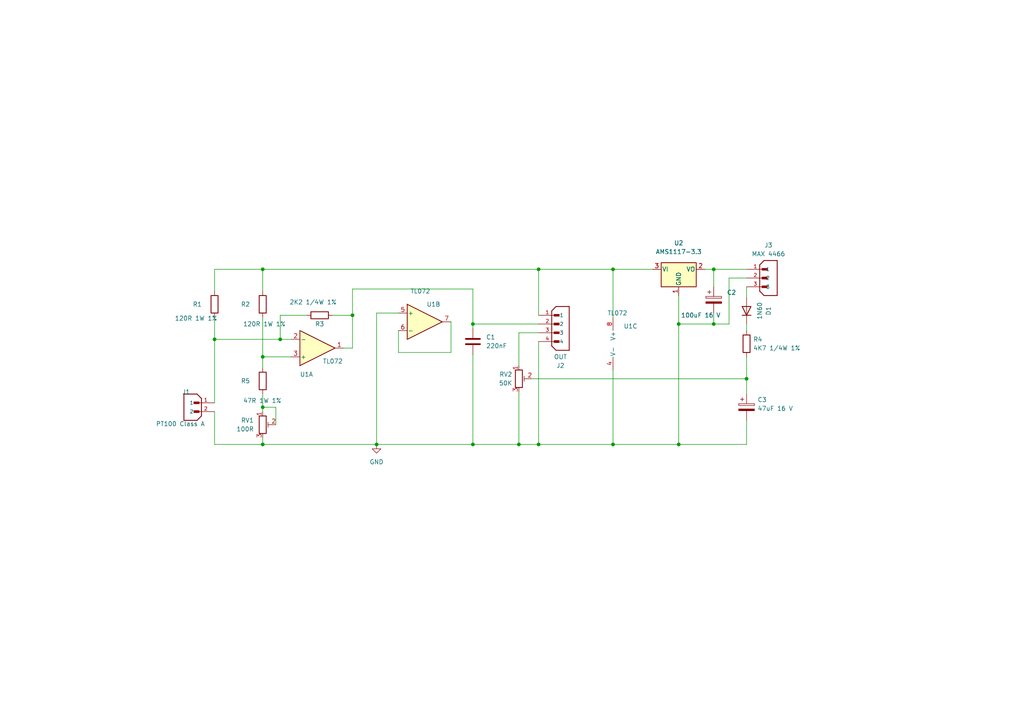
<source format=kicad_sch>
(kicad_sch (version 20231120) (generator "eeschema") (generator_version "8.0")
  (paper "A4")
  (lib_symbols
    (symbol "Amplifier_Operational:TL072" (pin_names (offset 0.127))
      (property "Reference" "U" (at 0 5.08 0))
      (property "Value" "TL072" (at 0 -5.08 0))
      (symbol "TL072_1_1"
        (polyline (pts (xy -5.08 5.08) (xy 5.08 0) (xy -5.08 -5.08) (xy -5.08 5.08)) (stroke (width 0.254)) (fill (type background)))
        (pin output line (at 7.62 0 180) (length 2.54) (name "~") (number "1"))
        (pin input line (at -7.62 -2.54 0) (length 2.54) (name "-") (number "2"))
        (pin input line (at -7.62 2.54 0) (length 2.54) (name "+") (number "3"))
      )
      (symbol "TL072_2_1"
        (polyline (pts (xy -5.08 5.08) (xy 5.08 0) (xy -5.08 -5.08) (xy -5.08 5.08)) (stroke (width 0.254)) (fill (type background)))
        (pin input line (at -7.62 2.54 0) (length 2.54) (name "+") (number "5"))
        (pin input line (at -7.62 -2.54 0) (length 2.54) (name "-") (number "6"))
        (pin output line (at 7.62 0 180) (length 2.54) (name "~") (number "7"))
      )
      (symbol "TL072_3_1"
        (pin power_in line (at -2.54 -7.62 90) (length 3.81) (name "V-") (number "4"))
        (pin power_in line (at -2.54 7.62 270) (length 3.81) (name "V+") (number "8"))
      )
    )
    (symbol "B3B-XH-A_LF__SN_:B3B-XH-A_LF__SN_"
      (property "Reference" "J" (at 0.635 6.35 0))
      (symbol "B3B-XH-A_LF__SN__0_0"
        (rectangle (start -0.635 -2.8575) (end 0.9525 -2.2225) (stroke (width 0.1)) (fill (type outline)))
        (rectangle (start -0.635 -0.3175) (end 0.9525 0.3175) (stroke (width 0.1)) (fill (type outline)))
        (rectangle (start -0.635 2.2225) (end 0.9525 2.8575) (stroke (width 0.1)) (fill (type outline)))
        (polyline (pts (xy -1.27 -3.81) (xy 0 -5.08)) (stroke (width 0.254)))
        (polyline (pts (xy -1.27 3.81) (xy -1.27 -3.81)) (stroke (width 0.254)))
        (polyline (pts (xy -1.27 3.81) (xy 0 5.08)) (stroke (width 0.254)))
        (polyline (pts (xy 0 -5.08) (xy 3.81 -5.08)) (stroke (width 0.254)))
        (polyline (pts (xy 3.81 -5.08) (xy 3.81 5.08)) (stroke (width 0.254)))
        (polyline (pts (xy 3.81 5.08) (xy 0 5.08)) (stroke (width 0.254)))
        (pin passive line (at -5.08 2.54 0) (length 5.08) (name "1") (number "1"))
        (pin passive line (at -5.08 0 0) (length 5.08) (name "2") (number "2"))
        (pin passive line (at -5.08 -2.54 0) (length 5.08) (name "3") (number "3"))
      )
    )
    (symbol "Device:C" (pin_numbers hide) (pin_names (offset 0.254))
      (property "Reference" "C" (at 0.635 2.54 0))
      (property "Value" "C" (at 0.635 -2.54 0))
      (symbol "C_0_1"
        (polyline (pts (xy -2.032 -0.762) (xy 2.032 -0.762)) (stroke (width 0.508)))
        (polyline (pts (xy -2.032 0.762) (xy 2.032 0.762)) (stroke (width 0.508)))
      )
      (symbol "C_1_1"
        (pin passive line (at 0 3.81 270) (length 2.794) (name "~") (number "1"))
        (pin passive line (at 0 -3.81 90) (length 2.794) (name "~") (number "2"))
      )
    )
    (symbol "Device:C_Polarized" (pin_numbers hide) (pin_names (offset 0.254))
      (property "Reference" "C" (at 0.635 2.54 0))
      (property "Value" "C_Polarized" (at 0.635 -2.54 0))
      (symbol "C_Polarized_0_1"
        (rectangle (start -2.286 0.508) (end 2.286 1.016))
        (polyline (pts (xy -1.778 2.286) (xy -0.762 2.286)))
        (polyline (pts (xy -1.27 2.794) (xy -1.27 1.778)))
        (rectangle (start 2.286 -0.508) (end -2.286 -1.016) (fill (type outline)))
      )
      (symbol "C_Polarized_1_1"
        (pin passive line (at 0 3.81 270) (length 2.794) (name "~") (number "1"))
        (pin passive line (at 0 -3.81 90) (length 2.794) (name "~") (number "2"))
      )
    )
    (symbol "Device:R" (pin_numbers hide) (pin_names (offset 0))
      (property "Reference" "R" (at 2.032 0 90))
      (property "Value" "R" (at 0 0 90))
      (symbol "R_0_1"
        (rectangle (start -1.016 -2.54) (end 1.016 2.54) (stroke (width 0.254)))
      )
      (symbol "R_1_1"
        (pin passive line (at 0 3.81 270) (length 1.27) (name "~") (number "1"))
        (pin passive line (at 0 -3.81 90) (length 1.27) (name "~") (number "2"))
      )
    )
    (symbol "Device:R_Potentiometer_Trim" (pin_names (offset 1.016) hide)
      (property "Reference" "RV" (at -4.445 0 90))
      (property "Value" "R_Potentiometer_Trim" (at -2.54 0 90))
      (symbol "R_Potentiometer_Trim_0_1"
        (polyline (pts (xy 1.524 0.762) (xy 1.524 -0.762)))
        (polyline (pts (xy 2.54 0) (xy 1.524 0)))
        (rectangle (start 1.016 2.54) (end -1.016 -2.54) (stroke (width 0.254)))
      )
      (symbol "R_Potentiometer_Trim_1_1"
        (pin passive line (at 0 3.81 270) (length 1.27) (name "1") (number "1"))
        (pin passive line (at 3.81 0 180) (length 1.27) (name "2") (number "2"))
        (pin passive line (at 0 -3.81 90) (length 1.27) (name "3") (number "3"))
      )
    )
    (symbol "Diode:1N4148" (pin_numbers hide) (pin_names hide)
      (property "Reference" "D" (at 0 2.54 0))
      (property "Value" "1N4148" (at 0 -2.54 0))
      (symbol "1N4148_0_1"
        (polyline (pts (xy -1.27 1.27) (xy -1.27 -1.27)) (stroke (width 0.254)))
        (polyline (pts (xy 1.27 0) (xy -1.27 0)))
        (polyline (pts (xy 1.27 1.27) (xy 1.27 -1.27) (xy -1.27 0) (xy 1.27 1.27)) (stroke (width 0.254)))
      )
      (symbol "1N4148_1_1"
        (pin passive line (at -3.81 0 0) (length 2.54) (name "K") (number "1"))
        (pin passive line (at 3.81 0 180) (length 2.54) (name "A") (number "2"))
      )
    )
    (symbol "JST2PINFEMALE:B2B-XH-A" (pin_names (offset 1.016))
      (property "Reference" "J" (at -2.54 6.35 0))
      (property "Value" "JST-2PIN" (at -2.54 -5.08 0))
      (symbol "B2B-XH-A_0_0"
        (rectangle (start -3.175 -0.3175) (end -1.5875 0.3175) (stroke (width 0.1)) (fill (type outline)))
        (rectangle (start -3.175 2.2225) (end -1.5875 2.8575) (stroke (width 0.1)) (fill (type outline)))
        (polyline (pts (xy -3.81 -1.27) (xy -2.54 -2.54)) (stroke (width 0.254)))
        (polyline (pts (xy -3.81 3.81) (xy -3.81 -1.27)) (stroke (width 0.254)))
        (polyline (pts (xy -3.81 3.81) (xy -2.54 5.08)) (stroke (width 0.254)))
        (polyline (pts (xy -2.54 -2.54) (xy 1.27 -2.54)) (stroke (width 0.254)))
        (polyline (pts (xy 1.27 -2.54) (xy 1.27 5.08)) (stroke (width 0.254)))
        (polyline (pts (xy 1.27 5.08) (xy -2.54 5.08)) (stroke (width 0.254)))
        (pin passive line (at -7.62 2.54 0) (length 5.08) (name "1") (number "1"))
        (pin passive line (at -7.62 0 0) (length 5.08) (name "2") (number "2"))
      )
    )
    (symbol "JST4PINFEMALE:B4B-XH-A_LF__SN_" (pin_names (offset 1.016))
      (property "Reference" "J" (at -2.54 6.35 0))
      (property "Value" "JST-4PIN" (at -2.54 -10.16 0))
      (symbol "B4B-XH-A_LF__SN__0_0"
        (rectangle (start -3.175 -5.3975) (end -1.5875 -4.7625) (stroke (width 0.1)) (fill (type outline)))
        (rectangle (start -3.175 -2.8575) (end -1.5875 -2.2225) (stroke (width 0.1)) (fill (type outline)))
        (rectangle (start -3.175 -0.3175) (end -1.5875 0.3175) (stroke (width 0.1)) (fill (type outline)))
        (rectangle (start -3.175 2.2225) (end -1.5875 2.8575) (stroke (width 0.1)) (fill (type outline)))
        (polyline (pts (xy -3.81 -6.35) (xy -2.54 -7.62)) (stroke (width 0.254)))
        (polyline (pts (xy -3.81 3.81) (xy -3.81 -6.35)) (stroke (width 0.254)))
        (polyline (pts (xy -3.81 3.81) (xy -2.54 5.08)) (stroke (width 0.254)))
        (polyline (pts (xy -2.54 -7.62) (xy 1.27 -7.62)) (stroke (width 0.254)))
        (polyline (pts (xy 1.27 -7.62) (xy 1.27 5.08)) (stroke (width 0.254)))
        (polyline (pts (xy 1.27 5.08) (xy -2.54 5.08)) (stroke (width 0.254)))
        (pin passive line (at -7.62 2.54 0) (length 5.08) (name "1") (number "1"))
        (pin passive line (at -7.62 0 0) (length 5.08) (name "2") (number "2"))
        (pin passive line (at -7.62 -2.54 0) (length 5.08) (name "3") (number "3"))
        (pin passive line (at -7.62 -5.08 0) (length 5.08) (name "4") (number "4"))
      )
    )
    (symbol "Regulator_Linear:AMS1117-3.3" (pin_names (offset 0.254))
      (property "Reference" "U" (at -3.81 3.175 0))
      (property "Value" "AMS1117-3.3" (at 0 3.175 0))
      (symbol "AMS1117-3.3_0_1"
        (rectangle (start -5.08 -5.08) (end 5.08 1.905) (stroke (width 0.254)) (fill (type background)))
      )
      (symbol "AMS1117-3.3_1_1"
        (pin power_in line (at 0 -7.62 90) (length 2.54) (name "GND") (number "1"))
        (pin power_out line (at 7.62 0 180) (length 2.54) (name "VO") (number "2"))
        (pin power_in line (at -7.62 0 0) (length 2.54) (name "VI") (number "3"))
      )
    )
    (symbol "power:GND" (power) (pin_names (offset 0))
      (property "Value" "GND" (at 0 -3.81 0))
      (symbol "GND_0_1"
        (polyline (pts (xy 0 0) (xy 0 -1.27) (xy 1.27 -1.27) (xy 0 -2.54) (xy -1.27 -1.27) (xy 0 -1.27)))
      )
      (symbol "GND_1_1"
        (pin power_in line (at 0 0 270) (length 0) hide (name "GND") (number "1"))
      )
    )
  )
  (junction (at 62.23 98.425))
  (junction (at 196.85 93.98))
  (junction (at 76.2 103.505))
  (junction (at 177.8 78.105))
  (junction (at 76.2 78.105))
  (junction (at 137.16 128.905))
  (junction (at 156.21 128.905))
  (junction (at 76.2 128.905))
  (junction (at 109.22 128.905))
  (junction (at 207.01 78.105))
  (junction (at 150.495 128.905))
  (junction (at 216.535 109.855))
  (junction (at 196.85 128.905))
  (junction (at 137.16 93.98))
  (junction (at 177.8 128.905))
  (junction (at 156.21 78.105))
  (junction (at 102.235 91.44))
  (junction (at 81.28 98.425))
  (junction (at 207.01 93.98))
  (junction (at 76.2 118.11))
  (wire (pts (xy 207.01 78.105) (xy 207.01 83.185)))
  (wire (pts (xy 62.23 78.105) (xy 62.23 84.455)))
  (wire (pts (xy 62.23 98.425) (xy 81.28 98.425)))
  (wire (pts (xy 76.2 78.105) (xy 156.21 78.105)))
  (wire (pts (xy 150.495 96.52) (xy 156.21 96.52)))
  (wire (pts (xy 150.495 113.665) (xy 150.495 128.905)))
  (wire (pts (xy 76.2 118.11) (xy 80.01 118.11)))
  (wire (pts (xy 137.16 95.25) (xy 137.16 93.98)))
  (wire (pts (xy 109.22 90.805) (xy 109.22 128.905)))
  (wire (pts (xy 196.85 85.725) (xy 196.85 93.98)))
  (wire (pts (xy 177.8 128.905) (xy 156.21 128.905)))
  (wire (pts (xy 177.8 92.075) (xy 177.8 78.105)))
  (wire (pts (xy 76.2 127) (xy 76.2 128.905)))
  (wire (pts (xy 189.23 78.105) (xy 177.8 78.105)))
  (wire (pts (xy 76.2 103.505) (xy 76.2 106.68)))
  (wire (pts (xy 216.535 80.645) (xy 211.455 80.645)))
  (wire (pts (xy 150.495 106.045) (xy 150.495 96.52)))
  (wire (pts (xy 216.535 128.905) (xy 196.85 128.905)))
  (wire (pts (xy 207.01 93.98) (xy 196.85 93.98)))
  (wire (pts (xy 80.01 118.11) (xy 80.01 123.19)))
  (wire (pts (xy 81.28 91.44) (xy 81.28 98.425)))
  (wire (pts (xy 150.495 128.905) (xy 156.21 128.905)))
  (wire (pts (xy 88.9 91.44) (xy 81.28 91.44)))
  (wire (pts (xy 102.235 83.82) (xy 137.16 83.82)))
  (wire (pts (xy 137.16 93.98) (xy 156.21 93.98)))
  (wire (pts (xy 216.535 93.98) (xy 216.535 95.885)))
  (wire (pts (xy 102.235 100.965) (xy 99.695 100.965)))
  (wire (pts (xy 102.235 83.82) (xy 102.235 91.44)))
  (wire (pts (xy 76.2 103.505) (xy 84.455 103.505)))
  (wire (pts (xy 204.47 78.105) (xy 207.01 78.105)))
  (wire (pts (xy 62.23 128.905) (xy 76.2 128.905)))
  (wire (pts (xy 216.535 121.92) (xy 216.535 128.905)))
  (wire (pts (xy 207.01 78.105) (xy 216.535 78.105)))
  (wire (pts (xy 216.535 83.185) (xy 216.535 86.36)))
  (wire (pts (xy 76.2 92.075) (xy 76.2 103.505)))
  (wire (pts (xy 156.21 99.06) (xy 156.21 128.905)))
  (wire (pts (xy 115.57 95.885) (xy 115.57 102.235)))
  (wire (pts (xy 62.23 98.425) (xy 62.23 116.84)))
  (wire (pts (xy 211.455 93.98) (xy 207.01 93.98)))
  (wire (pts (xy 156.21 78.105) (xy 156.21 91.44)))
  (wire (pts (xy 76.2 78.105) (xy 76.2 84.455)))
  (wire (pts (xy 177.8 78.105) (xy 156.21 78.105)))
  (wire (pts (xy 109.22 128.905) (xy 137.16 128.905)))
  (wire (pts (xy 76.2 114.3) (xy 76.2 118.11)))
  (wire (pts (xy 109.22 90.805) (xy 115.57 90.805)))
  (wire (pts (xy 62.23 78.105) (xy 76.2 78.105)))
  (wire (pts (xy 177.8 107.315) (xy 177.8 128.905)))
  (wire (pts (xy 196.85 128.905) (xy 177.8 128.905)))
  (wire (pts (xy 102.235 91.44) (xy 102.235 100.965)))
  (wire (pts (xy 207.01 90.805) (xy 207.01 93.98)))
  (wire (pts (xy 137.16 102.87) (xy 137.16 128.905)))
  (wire (pts (xy 96.52 91.44) (xy 102.235 91.44)))
  (wire (pts (xy 76.2 128.905) (xy 109.22 128.905)))
  (wire (pts (xy 211.455 80.645) (xy 211.455 93.98)))
  (wire (pts (xy 137.16 128.905) (xy 150.495 128.905)))
  (wire (pts (xy 76.2 118.11) (xy 76.2 119.38)))
  (wire (pts (xy 216.535 109.855) (xy 216.535 114.3)))
  (wire (pts (xy 115.57 102.235) (xy 130.81 102.235)))
  (wire (pts (xy 81.28 98.425) (xy 84.455 98.425)))
  (wire (pts (xy 196.85 93.98) (xy 196.85 128.905)))
  (wire (pts (xy 62.23 119.38) (xy 62.23 128.905)))
  (wire (pts (xy 216.535 109.855) (xy 154.305 109.855)))
  (wire (pts (xy 216.535 103.505) (xy 216.535 109.855)))
  (wire (pts (xy 137.16 83.82) (xy 137.16 93.98)))
  (wire (pts (xy 62.23 92.075) (xy 62.23 98.425)))
  (wire (pts (xy 130.81 102.235) (xy 130.81 93.345)))
  (symbol (lib_id "power:GND") (at 109.22 128.905 0) (unit 1)
    (property "Reference" "#PWR01" (effects (hide yes)))
    (property "Value" "GND" (at 109.22 133.985 0))
  )
  (symbol (lib_id "Amplifier_Operational:TL072") (at 123.19 93.345 0) (unit 2)
    (property "Reference" "U1" (at 125.73 88.265 0))
    (property "Value" "TL072" (at 121.92 84.455 0))
    (property "Footprint" "Package_DIP:DIP-8_W7.62mm_LongPads" (effects (hide yes)))
    (property "Datasheet" "http://www.ti.com/lit/ds/symlink/tl071.pdf" (effects (hide yes)))
  )
  (symbol (lib_id "Device:R_Potentiometer_Trim") (at 76.2 123.19 0) (unit 1)
    (property "Reference" "RV1" (at 73.66 121.9199 0) (effects (justify right)))
    (property "Value" "100R" (at 73.66 124.4599 0) (effects (justify right)))
    (property "Footprint" "Connector_PinHeader_2.54mm:PinHeader_1x03_P2.54mm_Vertical" (effects (hide yes)))
  )
  (symbol (lib_id "B3B-XH-A_LF__SN_:B3B-XH-A_LF__SN_") (at 221.615 80.645 0) (unit 1)
    (property "Reference" "J3" (at 222.885 71.12 0))
    (property "Value" "MAX 4466" (at 222.885 73.66 0))
    (property "Footprint" "Connector_PinSocket_2.54mm:PinSocket_1x03_P2.54mm_Vertical" (effects (hide yes)))
  )
  (symbol (lib_id "Device:C_Polarized") (at 207.01 86.995 0) (unit 1)
    (property "Reference" "C2" (at 210.82 84.8359 0) (effects (justify left)))
    (property "Value" "100uF 16 V" (at 197.485 91.44 0) (effects (justify left)))
    (property "Footprint" "Capacitor_THT:CP_Radial_D5.0mm_P2.50mm" (effects (hide yes)))
  )
  (symbol (lib_id "Amplifier_Operational:TL072") (at 92.075 100.965 0) (mirror x) (unit 1)
    (property "Reference" "U1" (at 88.9 108.585 0))
    (property "Value" "TL072" (at 96.52 104.775 0))
    (property "Footprint" "Package_DIP:DIP-8_W7.62mm_LongPads" (effects (hide yes)))
    (property "Datasheet" "http://www.ti.com/lit/ds/symlink/tl071.pdf" (effects (hide yes)))
  )
  (symbol (lib_id "Device:R") (at 62.23 88.265 0) (unit 1)
    (property "Reference" "R1" (at 55.88 88.265 0) (effects (justify left)))
    (property "Value" "120R 1W 1%" (at 50.673 92.329 0) (effects (justify left)))
    (property "Footprint" "Resistor_THT:R_Axial_DIN0309_L9.0mm_D3.2mm_P12.70mm_Horizontal" (effects (hide yes)))
  )
  (symbol (lib_id "Amplifier_Operational:TL072") (at 180.34 99.695 0) (unit 3)
    (property "Reference" "U1" (at 182.88 94.615 0))
    (property "Value" "TL072" (at 179.07 90.805 0))
    (property "Footprint" "Package_DIP:DIP-8_W7.62mm_LongPads" (effects (hide yes)))
    (property "Datasheet" "http://www.ti.com/lit/ds/symlink/tl071.pdf" (effects (hide yes)))
  )
  (symbol (lib_id "Regulator_Linear:AMS1117-3.3") (at 196.85 78.105 0) (unit 1)
    (property "Reference" "U2" (at 196.85 70.485 0))
    (property "Value" "AMS1117-3.3" (at 196.85 73.025 0))
    (property "Footprint" "Package_TO_SOT_SMD:SOT-223-3_TabPin2" (effects (hide yes)))
    (property "Datasheet" "http://www.advanced-monolithic.com/pdf/ds1117.pdf" (effects (hide yes)))
  )
  (symbol (lib_id "Device:R") (at 76.2 110.49 0) (unit 1)
    (property "Reference" "R5" (at 69.85 110.49 0) (effects (justify left)))
    (property "Value" "47R 1W 1%" (at 70.485 116.205 0) (effects (justify left)))
    (property "Footprint" "Resistor_THT:R_Axial_DIN0309_L9.0mm_D3.2mm_P12.70mm_Horizontal" (effects (hide yes)))
  )
  (symbol (lib_id "Device:C_Polarized") (at 216.535 118.11 0) (unit 1)
    (property "Reference" "C3" (at 219.71 115.9509 0) (effects (justify left)))
    (property "Value" "47uF 16 V" (at 219.71 118.4909 0) (effects (justify left)))
    (property "Footprint" "Capacitor_THT:CP_Radial_D5.0mm_P2.50mm" (effects (hide yes)))
  )
  (symbol (lib_id "JST4PINFEMALE:B4B-XH-A_LF__SN_") (at 163.83 93.98 0) (unit 1)
    (property "Reference" "J2" (at 162.56 106.045 0))
    (property "Value" "OUT" (at 162.56 103.505 0))
    (property "Footprint" "Connector_PinHeader_2.54mm:PinHeader_1x04_P2.54mm_Vertical" (effects (hide yes)))
  )
  (symbol (lib_id "Device:R") (at 216.535 99.695 0) (unit 1)
    (property "Reference" "R4" (at 218.44 98.4249 0) (effects (justify left)))
    (property "Value" "4K7 1/4W 1%" (at 218.44 100.9649 0) (effects (justify left)))
    (property "Footprint" "Project_Fania_Ersa:R_Axial_DIN0207_L6.3mm_D2.5mm_P10.16mm_HorBigPad" (effects (hide yes)))
  )
  (symbol (lib_id "Diode:1N4148") (at 216.535 90.17 90) (unit 1)
    (property "Reference" "D1" (at 222.885 90.17 0))
    (property "Value" "1N60" (at 220.345 90.17 0))
    (property "Footprint" "Diode_THT:D_DO-35_SOD27_P7.62mm_Horizontal" (effects (hide yes)))
    (property "Datasheet" "https://assets.nexperia.com/documents/data-sheet/1N4148_1N4448.pdf" (effects (hide yes)))
  )
  (symbol (lib_id "Device:R_Potentiometer_Trim") (at 150.495 109.855 0) (unit 1)
    (property "Reference" "RV2" (at 148.59 108.5849 0) (effects (justify right)))
    (property "Value" "50K" (at 148.59 111.125 0) (effects (justify right)))
    (property "Footprint" "Connector_PinHeader_2.54mm:PinHeader_1x03_P2.54mm_Vertical" (effects (hide yes)))
  )
  (symbol (lib_id "Device:C") (at 137.16 99.06 0) (unit 1)
    (property "Reference" "C1" (at 140.97 97.7899 0) (effects (justify left)))
    (property "Value" "220nF" (at 140.97 100.3299 0) (effects (justify left)))
    (property "Footprint" "Capacitor_THT:C_Rect_L9.0mm_W3.3mm_P7.50mm_MKT" (effects (hide yes)))
  )
  (symbol (lib_id "Device:R") (at 76.2 88.265 0) (unit 1)
    (property "Reference" "R2" (at 69.85 88.265 0) (effects (justify left)))
    (property "Value" "120R 1W 1%" (at 70.485 93.98 0) (effects (justify left)))
    (property "Footprint" "Resistor_THT:R_Axial_DIN0309_L9.0mm_D3.2mm_P12.70mm_Horizontal" (effects (hide yes)))
  )
  (symbol (lib_id "JST2PINFEMALE:B2B-XH-A") (at 54.61 119.38 0) (mirror y) (unit 1)
    (property "Reference" "J1" (at 53.975 113.665 0))
    (property "Value" "PT100 Class A" (at 52.324 122.936 0))
    (property "Footprint" "Connector_PinSocket_2.54mm:PinSocket_1x02_P2.54mm_Vertical" (effects (hide yes)))
  )
  (symbol (lib_id "Device:R") (at 92.71 91.44 270) (unit 1)
    (property "Reference" "R3" (at 92.71 93.98 90))
    (property "Value" "2K2 1/4W 1%" (at 90.805 87.63 90))
    (property "Footprint" "Project_Fania_Ersa:R_Axial_DIN0207_L6.3mm_D2.5mm_P10.16mm_HorBigPad" (effects (hide yes)))
  )
)
</source>
